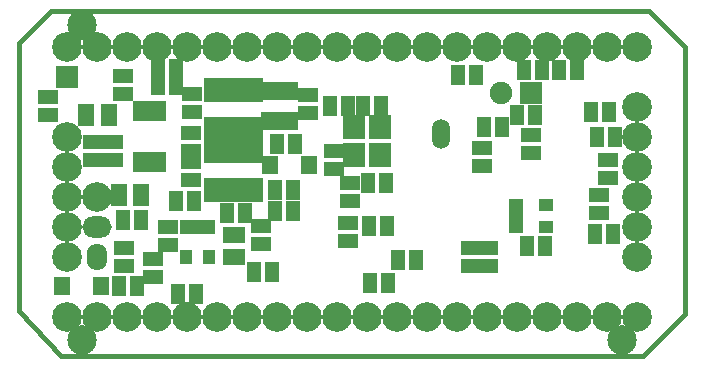
<source format=gbs>
G04 (created by PCBNEW-RS274X (2011-05-25)-stable) date Fri 26 Jun 2015 07:16:06 BST*
G01*
G70*
G90*
%MOIN*%
G04 Gerber Fmt 3.4, Leading zero omitted, Abs format*
%FSLAX34Y34*%
G04 APERTURE LIST*
%ADD10C,0.006000*%
%ADD11C,0.015000*%
%ADD12R,0.055400X0.060200*%
%ADD13R,0.040000X0.050000*%
%ADD14R,0.047600X0.059400*%
%ADD15R,0.050000X0.040000*%
%ADD16R,0.035000X0.070000*%
%ADD17R,0.045000X0.065000*%
%ADD18R,0.065000X0.045000*%
%ADD19R,0.075100X0.083000*%
%ADD20O,0.067200X0.090900*%
%ADD21O,0.098300X0.071200*%
%ADD22C,0.098700*%
%ADD23R,0.075000X0.075000*%
%ADD24R,0.055000X0.075000*%
%ADD25O,0.059400X0.098700*%
%ADD26R,0.100000X0.080000*%
%ADD27R,0.075000X0.055000*%
%ADD28C,0.075000*%
%ADD29C,0.098500*%
G04 APERTURE END LIST*
G54D10*
G54D11*
X20100Y09750D02*
X18900Y10950D01*
X-01050Y10950D02*
X18900Y10950D01*
X-02100Y00950D02*
X-02100Y09900D01*
X20100Y00850D02*
X18700Y-00550D01*
X20100Y09750D02*
X20100Y00850D01*
X-00700Y-00550D02*
X18700Y-00550D01*
X-02100Y00950D02*
X-00700Y-00550D01*
X-02100Y09900D02*
X-01050Y10950D01*
G54D12*
X00621Y01800D03*
X-00671Y01800D03*
X07571Y05825D03*
X06279Y05825D03*
G54D13*
X03475Y03750D03*
X04225Y03750D03*
X03475Y02750D03*
X03850Y03750D03*
X04225Y02750D03*
G54D14*
X06950Y08300D03*
X06575Y08300D03*
X06200Y08300D03*
X06200Y07300D03*
X06575Y07300D03*
X06950Y07300D03*
G54D15*
X14475Y03750D03*
X14475Y04500D03*
X15475Y03750D03*
X14475Y04125D03*
X15475Y04500D03*
G54D16*
X02624Y05924D03*
X02368Y05924D03*
X02112Y05924D03*
X01856Y05924D03*
X01856Y07624D03*
X02112Y07624D03*
X02368Y07624D03*
X02624Y07624D03*
G54D17*
X13400Y07100D03*
X14000Y07100D03*
X09350Y07775D03*
X09950Y07775D03*
X09550Y03775D03*
X10150Y03775D03*
G54D18*
X08400Y06270D03*
X08400Y05670D03*
G54D19*
X09933Y06153D03*
X09067Y07097D03*
X09067Y06153D03*
X09933Y07097D03*
G54D20*
X00500Y02750D03*
G54D21*
X00500Y03750D03*
G54D22*
X00500Y04750D03*
G54D23*
X-00500Y08750D03*
G54D22*
X-00500Y02750D03*
X-00500Y03750D03*
X-00500Y04750D03*
X-00500Y05750D03*
X-00500Y06750D03*
X18500Y02750D03*
X18500Y03750D03*
X18500Y04750D03*
X18500Y05750D03*
X18500Y06750D03*
X18500Y07750D03*
X-00500Y00750D03*
X00500Y00750D03*
X01500Y00750D03*
X02500Y00750D03*
X03500Y00750D03*
X04500Y00750D03*
X05500Y00750D03*
X06500Y00750D03*
X07500Y00750D03*
X08500Y00750D03*
X09500Y00750D03*
X10500Y00750D03*
X11500Y00750D03*
X12500Y00750D03*
X13500Y00750D03*
X14500Y00750D03*
X15500Y00750D03*
X16500Y00750D03*
X17500Y00750D03*
X18500Y00750D03*
X-00500Y09750D03*
X00500Y09750D03*
X01500Y09750D03*
X02500Y09750D03*
X03500Y09750D03*
X04500Y09750D03*
X05500Y09750D03*
X06500Y09750D03*
X07500Y09750D03*
X08500Y09750D03*
X09500Y09750D03*
X10500Y09750D03*
X11500Y09750D03*
X12500Y09750D03*
X13500Y09750D03*
X14500Y09750D03*
X15500Y09750D03*
X16500Y09750D03*
X17500Y09750D03*
X18500Y09750D03*
G54D24*
X00133Y07498D03*
X00883Y07498D03*
X01225Y04825D03*
X01975Y04825D03*
G54D17*
X10535Y02648D03*
X11135Y02648D03*
X07100Y06525D03*
X06500Y06525D03*
X06425Y04300D03*
X07025Y04300D03*
X14725Y09000D03*
X15325Y09000D03*
X14500Y07500D03*
X15100Y07500D03*
X04825Y04225D03*
X05425Y04225D03*
X03800Y01525D03*
X03200Y01525D03*
X06343Y02246D03*
X05743Y02246D03*
X03125Y09025D03*
X02525Y09025D03*
G54D18*
X01375Y08800D03*
X01375Y08200D03*
X14975Y06825D03*
X14975Y06225D03*
X02850Y03150D03*
X02850Y03750D03*
X03626Y05328D03*
X03626Y05928D03*
G54D17*
X06425Y04975D03*
X07025Y04975D03*
G54D18*
X07525Y07550D03*
X07525Y08150D03*
X13525Y02450D03*
X13525Y03050D03*
G54D17*
X15900Y09000D03*
X16500Y09000D03*
X08875Y07775D03*
X08275Y07775D03*
X10200Y01900D03*
X09600Y01900D03*
G54D18*
X13325Y06375D03*
X13325Y05775D03*
X03625Y06900D03*
X03625Y06300D03*
X03675Y08200D03*
X03675Y07600D03*
G54D17*
X15425Y03125D03*
X14825Y03125D03*
X03725Y04625D03*
X03125Y04625D03*
G54D18*
X05975Y03800D03*
X05975Y03200D03*
G54D17*
X01950Y03975D03*
X01350Y03975D03*
G54D18*
X01025Y06600D03*
X01025Y06000D03*
X08875Y03275D03*
X08875Y03875D03*
X02375Y02675D03*
X02375Y02075D03*
G54D17*
X10125Y05225D03*
X09525Y05225D03*
X17094Y03526D03*
X17694Y03526D03*
G54D18*
X17225Y04225D03*
X17225Y04825D03*
G54D17*
X17780Y06734D03*
X17180Y06734D03*
G54D18*
X17539Y05991D03*
X17539Y05391D03*
G54D25*
X11975Y06850D03*
G54D26*
X05525Y04975D03*
X05525Y06275D03*
G54D27*
X05050Y02750D03*
X05050Y03500D03*
G54D26*
X04575Y04975D03*
X04575Y06275D03*
X04575Y08325D03*
X04575Y07025D03*
G54D17*
X03125Y08475D03*
X02525Y08475D03*
G54D26*
X05525Y08325D03*
X05525Y07025D03*
G54D18*
X12950Y02450D03*
X12950Y03050D03*
G54D17*
X17564Y07600D03*
X16964Y07600D03*
G54D18*
X00350Y06600D03*
X00350Y06000D03*
G54D17*
X01225Y01775D03*
X01825Y01775D03*
G54D18*
X-01150Y08100D03*
X-01150Y07500D03*
X08925Y05225D03*
X08925Y04625D03*
G54D17*
X13125Y08825D03*
X12525Y08825D03*
G54D18*
X01400Y03050D03*
X01400Y02450D03*
G54D23*
X14950Y08225D03*
G54D28*
X13950Y08225D03*
G54D29*
X00000Y10500D03*
X00000Y00000D03*
X18000Y00000D03*
M02*

</source>
